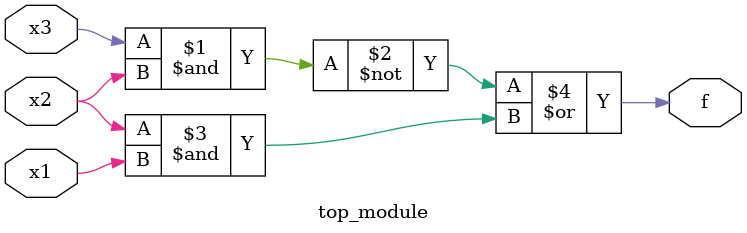
<source format=sv>
module top_module (
	input x3,
	input x2,
	input x1,
	output f
);

	assign f = ~(x3 & x2) | (x2 & x1);
	
endmodule

</source>
